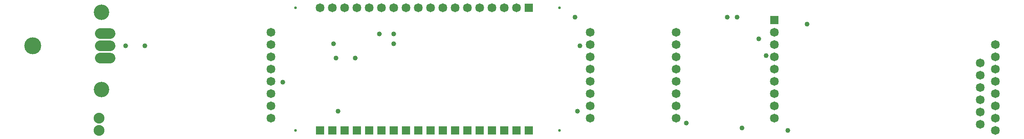
<source format=gbr>
G04 EAGLE Gerber RS-274X export*
G75*
%MOMM*%
%FSLAX34Y34*%
%LPD*%
%INSoldermask Bottom*%
%IPPOS*%
%AMOC8*
5,1,8,0,0,1.08239X$1,22.5*%
G01*
%ADD10C,3.203200*%
%ADD11C,0.553200*%
%ADD12R,1.819200X1.819200*%
%ADD13C,1.819200*%
%ADD14C,2.235200*%
%ADD15C,2.235200*%
%ADD16C,3.505200*%
%ADD17C,1.009600*%


D10*
X30000Y270000D03*
X30000Y110000D03*
D11*
X977900Y279400D03*
X977900Y25400D03*
X431800Y279400D03*
X431800Y25400D03*
D12*
X914400Y279400D03*
D13*
X889000Y279400D03*
X863600Y279400D03*
X838200Y279400D03*
X812800Y279400D03*
X787400Y279400D03*
X762000Y279400D03*
X736600Y279400D03*
X711200Y279400D03*
X685800Y279400D03*
X660400Y279400D03*
X635000Y279400D03*
X609600Y279400D03*
X584200Y279400D03*
X558800Y279400D03*
D12*
X482600Y25400D03*
X508000Y25400D03*
X533400Y25400D03*
X558800Y25400D03*
X584200Y25400D03*
X609600Y25400D03*
X635000Y25400D03*
X660400Y25400D03*
X685800Y25400D03*
X711200Y25400D03*
X736600Y25400D03*
X762000Y25400D03*
X787400Y25400D03*
X812800Y25400D03*
X838200Y25400D03*
X863600Y25400D03*
X889000Y25400D03*
X914400Y25400D03*
D13*
X533400Y279400D03*
X508000Y279400D03*
X482600Y279400D03*
X1879600Y203200D03*
X1879600Y177800D03*
X1879600Y152400D03*
X1879600Y127000D03*
X1879600Y101600D03*
X1879600Y76200D03*
X1879600Y50800D03*
X1879600Y25400D03*
D14*
X25400Y25400D03*
X25400Y50800D03*
D13*
X381000Y50800D03*
X381000Y76200D03*
X381000Y101600D03*
X381000Y127000D03*
X381000Y152400D03*
X381000Y177800D03*
X381000Y203200D03*
X381000Y228600D03*
X1041400Y50800D03*
X1041400Y76200D03*
X1041400Y101600D03*
X1041400Y127000D03*
X1041400Y152400D03*
X1041400Y177800D03*
X1041400Y203200D03*
X1041400Y228600D03*
X1219200Y50800D03*
X1219200Y76200D03*
X1219200Y101600D03*
X1219200Y127000D03*
X1219200Y152400D03*
X1219200Y177800D03*
X1219200Y203200D03*
X1219200Y228600D03*
D12*
X1422400Y254000D03*
D13*
X1422400Y228600D03*
X1422400Y203200D03*
X1422400Y152400D03*
X1422400Y127000D03*
X1422400Y101600D03*
X1422400Y76200D03*
X1422400Y50800D03*
X1422400Y177800D03*
X1847850Y38100D03*
X1847850Y63500D03*
X1847850Y88900D03*
X1847850Y114300D03*
X1847850Y139700D03*
X1847850Y165100D03*
D15*
X48260Y225400D02*
X27940Y225400D01*
X27940Y174600D02*
X48260Y174600D01*
X48260Y200000D02*
X27940Y200000D01*
D16*
X-111760Y200000D03*
D17*
X635000Y225000D03*
X605000Y225000D03*
X1240000Y40000D03*
X1015000Y65000D03*
X405000Y125000D03*
X1405000Y180000D03*
X1325000Y260000D03*
X1010000Y260000D03*
X80000Y200000D03*
X120000Y200000D03*
X1490000Y245000D03*
X1390000Y215000D03*
X1345000Y260000D03*
X510000Y205000D03*
X515000Y175000D03*
X555000Y175000D03*
X1355000Y30000D03*
X635000Y205000D03*
X1020000Y200000D03*
X1450000Y25000D03*
X520000Y65000D03*
M02*

</source>
